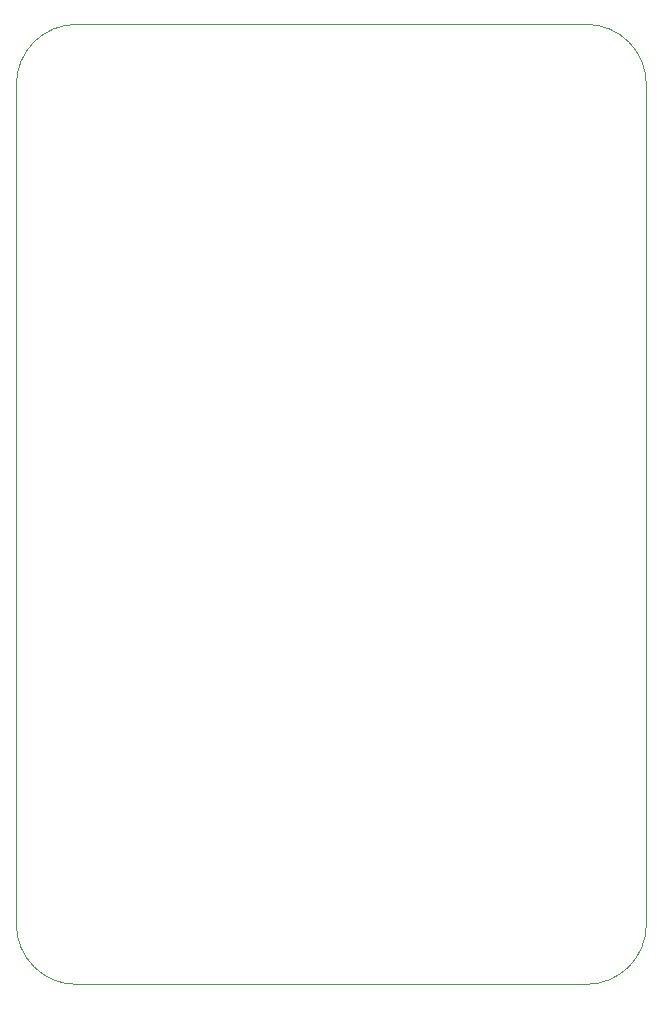
<source format=gbr>
%TF.GenerationSoftware,KiCad,Pcbnew,(6.0.4)*%
%TF.CreationDate,2022-08-04T20:18:12-07:00*%
%TF.ProjectId,l0ckcr4ck3r,6c30636b-6372-4346-936b-33722e6b6963,rev?*%
%TF.SameCoordinates,Original*%
%TF.FileFunction,Profile,NP*%
%FSLAX46Y46*%
G04 Gerber Fmt 4.6, Leading zero omitted, Abs format (unit mm)*
G04 Created by KiCad (PCBNEW (6.0.4)) date 2022-08-04 20:18:12*
%MOMM*%
%LPD*%
G01*
G04 APERTURE LIST*
%TA.AperFunction,Profile*%
%ADD10C,0.100000*%
%TD*%
G04 APERTURE END LIST*
D10*
X129540000Y-35560000D02*
X172720000Y-35560000D01*
X177800000Y-40640000D02*
X177800000Y-111760000D01*
X172720000Y-116840000D02*
G75*
G03*
X177800000Y-111760000I0J5080000D01*
G01*
X177800000Y-40640000D02*
G75*
G03*
X172720000Y-35560000I-5080000J0D01*
G01*
X129540000Y-35560000D02*
G75*
G03*
X124460000Y-40640000I0J-5080000D01*
G01*
X124460000Y-111760000D02*
G75*
G03*
X129540000Y-116840000I5080000J0D01*
G01*
X124460000Y-111760000D02*
X124460000Y-40640000D01*
X172720000Y-116840000D02*
X129540000Y-116840000D01*
M02*

</source>
